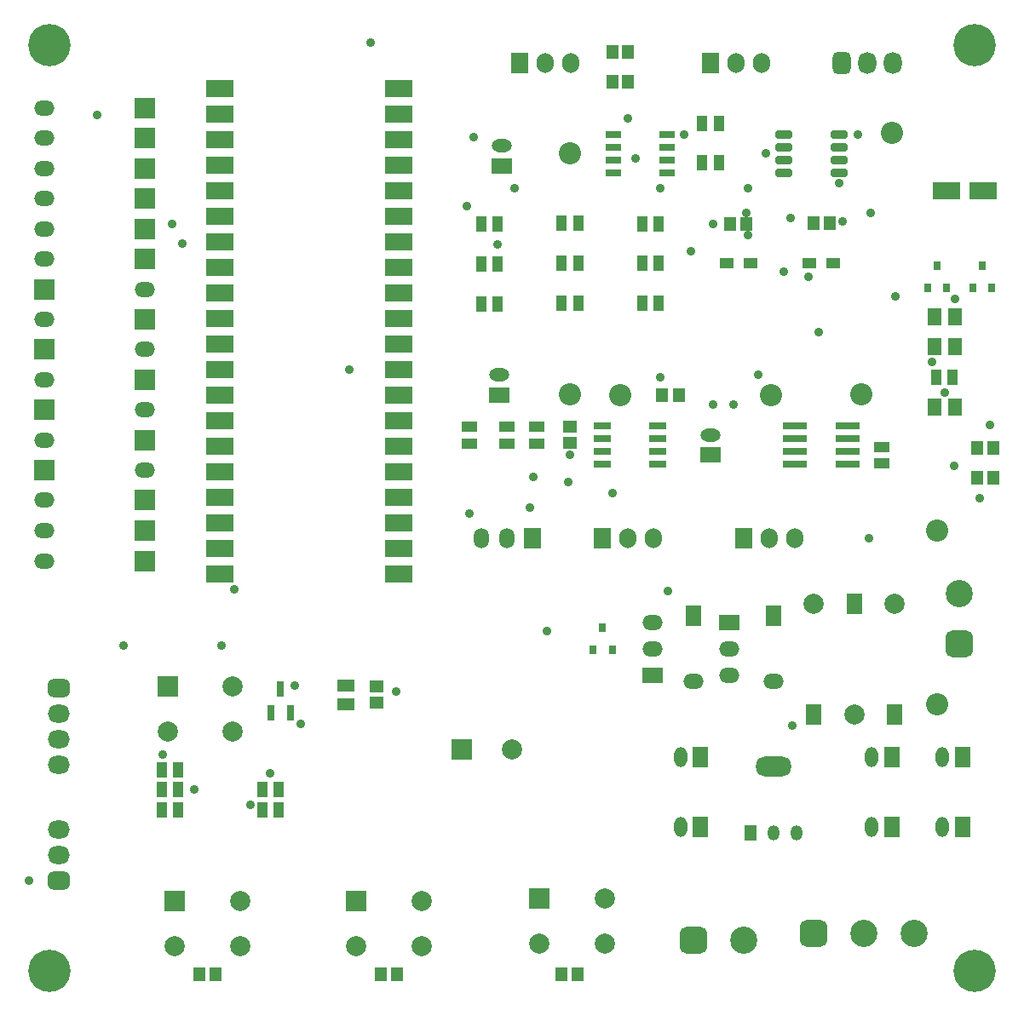
<source format=gts>
%FSTAX23Y23*%
%MOIN*%
%SFA1B1*%

%IPPOS*%
%AMD22*
4,1,8,0.028500,0.011800,-0.028500,0.011800,-0.030500,0.009800,-0.030500,-0.009800,-0.028500,-0.011800,0.028500,-0.011800,0.030500,-0.009800,0.030500,0.009800,0.028500,0.011800,0.0*
1,1,0.004020,0.028500,0.009800*
1,1,0.004020,-0.028500,0.009800*
1,1,0.004020,-0.028500,-0.009800*
1,1,0.004020,0.028500,-0.009800*
%
%AMD27*
4,1,8,-0.032500,0.009800,-0.032500,-0.009800,-0.026500,-0.015800,0.026500,-0.015800,0.032500,-0.009800,0.032500,0.009800,0.026500,0.015800,-0.026500,0.015800,-0.032500,0.009800,0.0*
1,1,0.012020,-0.026500,0.009800*
1,1,0.012020,-0.026500,-0.009800*
1,1,0.012020,0.026500,-0.009800*
1,1,0.012020,0.026500,0.009800*
%
%AMD32*
4,1,8,-0.068900,0.005100,-0.068900,-0.005100,-0.034600,-0.039400,0.034600,-0.039400,0.068900,-0.005100,0.068900,0.005100,0.034600,0.039400,-0.034600,0.039400,-0.068900,0.005100,0.0*
1,1,0.068500,-0.034600,0.005100*
1,1,0.068500,-0.034600,-0.005100*
1,1,0.068500,0.034600,-0.005100*
1,1,0.068500,0.034600,0.005100*
%
%AMD33*
4,1,8,-0.023600,0.005900,-0.023600,-0.005900,0.000000,-0.029500,0.000000,-0.029500,0.023600,-0.005900,0.023600,0.005900,0.000000,0.029500,0.000000,0.029500,-0.023600,0.005900,0.0*
1,1,0.047240,0.000000,0.005900*
1,1,0.047240,0.000000,-0.005900*
1,1,0.047240,0.000000,-0.005900*
1,1,0.047240,0.000000,0.005900*
%
%AMD42*
4,1,8,0.015700,0.043400,-0.015700,0.043400,-0.035500,0.023600,-0.035500,-0.023600,-0.015700,-0.043400,0.015700,-0.043400,0.035500,-0.023600,0.035500,0.023600,0.015700,0.043400,0.0*
1,1,0.039500,0.015700,0.023600*
1,1,0.039500,-0.015700,0.023600*
1,1,0.039500,-0.015700,-0.023600*
1,1,0.039500,0.015700,-0.023600*
%
%AMD46*
4,1,8,-0.043400,0.015700,-0.043400,-0.015700,-0.023600,-0.035500,0.023600,-0.035500,0.043400,-0.015700,0.043400,0.015700,0.023600,0.035500,-0.023600,0.035500,-0.043400,0.015700,0.0*
1,1,0.039500,-0.023600,0.015700*
1,1,0.039500,-0.023600,-0.015700*
1,1,0.039500,0.023600,-0.015700*
1,1,0.039500,0.023600,0.015700*
%
%AMD54*
4,1,8,-0.053200,0.024600,-0.053200,-0.024600,-0.024600,-0.053200,0.024600,-0.053200,0.053200,-0.024600,0.053200,0.024600,0.024600,0.053200,-0.024600,0.053200,-0.053200,0.024600,0.0*
1,1,0.057220,-0.024600,0.024600*
1,1,0.057220,-0.024600,-0.024600*
1,1,0.057220,0.024600,-0.024600*
1,1,0.057220,0.024600,0.024600*
%
%AMD57*
4,1,8,0.024600,0.053200,-0.024600,0.053200,-0.053200,0.024600,-0.053200,-0.024600,-0.024600,-0.053200,0.024600,-0.053200,0.053200,-0.024600,0.053200,0.024600,0.024600,0.053200,0.0*
1,1,0.057220,0.024600,0.024600*
1,1,0.057220,-0.024600,0.024600*
1,1,0.057220,-0.024600,-0.024600*
1,1,0.057220,0.024600,-0.024600*
%
%ADD18R,0.041470X0.061150*%
%ADD19R,0.061150X0.041470*%
%ADD20R,0.065090X0.049340*%
%ADD21R,0.055240X0.065090*%
G04~CAMADD=22~8~0.0~0.0~610.2~236.2~20.1~0.0~15~0.0~0.0~0.0~0.0~0~0.0~0.0~0.0~0.0~0~0.0~0.0~0.0~0.0~610.2~236.2*
%ADD22D22*%
%ADD23R,0.094610X0.031620*%
%ADD24R,0.051360X0.057330*%
%ADD25R,0.055910X0.044490*%
%ADD26R,0.067840X0.031620*%
G04~CAMADD=27~8~0.0~0.0~316.2~650.9~60.1~0.0~15~0.0~0.0~0.0~0.0~0~0.0~0.0~0.0~0.0~0~0.0~0.0~0.0~90.0~650.0~316.0*
%ADD27D27*%
%ADD28R,0.057330X0.051360*%
%ADD29R,0.110360X0.070990*%
%ADD30R,0.031620X0.037530*%
%ADD31R,0.031620X0.061150*%
G04~CAMADD=32~8~0.0~0.0~787.4~1378.0~342.5~0.0~15~0.0~0.0~0.0~0.0~0~0.0~0.0~0.0~0.0~0~0.0~0.0~0.0~90.0~1379.0~788.0*
%ADD32D32*%
G04~CAMADD=33~8~0.0~0.0~590.6~472.4~236.2~0.0~15~0.0~0.0~0.0~0.0~0~0.0~0.0~0.0~0.0~0~0.0~0.0~0.0~90.0~472.0~589.0*
%ADD33D33*%
%ADD34R,0.047240X0.059060*%
%ADD35C,0.086740*%
%ADD36R,0.106420X0.067060*%
%ADD37R,0.066930X0.078740*%
%ADD38R,0.078740X0.078740*%
%ADD39R,0.059060X0.078740*%
%ADD40O,0.066930X0.078740*%
%ADD41O,0.059060X0.078740*%
G04~CAMADD=42~8~0.0~0.0~709.9~867.4~197.5~0.0~15~0.0~0.0~0.0~0.0~0~0.0~0.0~0.0~0.0~0~0.0~0.0~0.0~0.0~709.9~867.4*
%ADD42D42*%
%ADD43O,0.070990X0.086740*%
%ADD44O,0.078740X0.051180*%
%ADD45R,0.078740X0.059060*%
G04~CAMADD=46~8~0.0~0.0~709.9~867.4~197.5~0.0~15~0.0~0.0~0.0~0.0~0~0.0~0.0~0.0~0.0~0~0.0~0.0~0.0~90.0~868.0~711.0*
%ADD46D46*%
%ADD47O,0.086740X0.070990*%
%ADD48O,0.078740X0.059060*%
%ADD49O,0.078740X0.059060*%
%ADD50R,0.078740X0.059060*%
%ADD51C,0.078740*%
%ADD52O,0.051180X0.078740*%
%ADD53R,0.059060X0.078740*%
G04~CAMADD=54~8~0.0~0.0~1064.2~1064.2~286.1~0.0~15~0.0~0.0~0.0~0.0~0~0.0~0.0~0.0~0.0~0~0.0~0.0~0.0~90.0~1064.0~1064.0*
%ADD54D54*%
%ADD55C,0.106420*%
%ADD56C,0.165480*%
G04~CAMADD=57~8~0.0~0.0~1064.2~1064.2~286.1~0.0~15~0.0~0.0~0.0~0.0~0~0.0~0.0~0.0~0.0~0~0.0~0.0~0.0~0.0~1064.2~1064.2*
%ADD57D57*%
%ADD58C,0.035560*%
%LNpcb_awg-1*%
%LPD*%
G54D18*
X01847Y02923D03*
X00991Y00866D03*
X00662Y00944D03*
X00991Y00787D03*
X00597D03*
X00662Y00866D03*
X02778Y03474D03*
X02713Y0332D03*
X01847Y02765D03*
X02162Y02926D03*
X01847Y0308D03*
X02162Y03083D03*
X02477Y0308D03*
Y02926D03*
Y02768D03*
X02162D03*
X03628Y0248D03*
X01912Y02923D03*
X02227Y02768D03*
X02542D03*
Y02926D03*
Y0308D03*
X02227Y03083D03*
X01912Y0308D03*
X02227Y02926D03*
X01912Y02765D03*
X02778Y0332D03*
X02713Y03474D03*
X00597Y00866D03*
X00662Y00787D03*
X01056D03*
X00597Y00944D03*
X01056Y00866D03*
X03693Y0248D03*
G54D19*
X03415Y02207D03*
X01948Y02221D03*
X01801D03*
X02066D03*
Y02286D03*
X01801D03*
X01948D03*
X03415Y02142D03*
G54D20*
X01318Y012D03*
Y01273D03*
G54D21*
X03622Y02716D03*
X037Y02598D03*
Y02362D03*
X03622D03*
Y02598D03*
X037Y02716D03*
G54D22*
X02576Y03431D03*
Y03381D03*
Y03331D03*
Y03281D03*
X02364D03*
Y03331D03*
Y03381D03*
Y03431D03*
G54D23*
X03281Y02289D03*
Y02239D03*
Y02189D03*
Y02139D03*
X03076D03*
Y02189D03*
Y02239D03*
Y02289D03*
G54D24*
X0236Y03753D03*
X02423D03*
X02822Y0308D03*
X02886D03*
X0262Y02411D03*
X02556D03*
X0321Y03083D03*
X03147D03*
X0236Y03635D03*
X02423D03*
X03787Y02086D03*
X0385D03*
X03787Y02204D03*
X0385D03*
X01454Y00144D03*
X01517D03*
X00745D03*
X00809D03*
X02163D03*
X02226D03*
G54D25*
X02903Y02926D03*
X02809D03*
X03226D03*
X03131D03*
G54D26*
X02538Y02139D03*
Y02189D03*
Y02239D03*
Y02289D03*
X02323Y02139D03*
Y02189D03*
Y02239D03*
Y02289D03*
G54D27*
X03247Y03281D03*
Y03331D03*
Y03381D03*
Y03431D03*
X03032Y03281D03*
Y03331D03*
Y03381D03*
Y03431D03*
G54D28*
X02194Y02222D03*
Y02285D03*
X01437Y01205D03*
Y01268D03*
G54D29*
X03669Y03208D03*
X03811D03*
G54D30*
X02322Y015D03*
X0236Y01413D03*
X02285D03*
X03809Y02917D03*
X03846Y0283D03*
X03771D03*
X03631Y02917D03*
X03669Y0283D03*
X03594D03*
G54D31*
X01062Y01259D03*
X011Y01165D03*
X01025D03*
G54D32*
X02992Y00956D03*
G54D33*
X03082Y00697D03*
X02992D03*
G54D34*
X02901Y00697D03*
G54D35*
X03631Y012D03*
Y01879D03*
X02391Y02411D03*
X03454Y03435D03*
X02194Y03356D03*
Y02414D03*
X02982Y02411D03*
X03336Y02414D03*
G54D36*
X00825Y03611D03*
Y03511D03*
Y03411D03*
Y03311D03*
Y03211D03*
Y03111D03*
Y03011D03*
Y02911D03*
Y02811D03*
Y02711D03*
Y02611D03*
Y02511D03*
Y02411D03*
Y02311D03*
Y02211D03*
Y02111D03*
Y02011D03*
Y01911D03*
Y01811D03*
Y01711D03*
X01525Y03611D03*
Y03511D03*
Y03411D03*
Y03311D03*
Y03211D03*
Y03111D03*
Y03011D03*
Y02911D03*
Y02811D03*
Y02711D03*
Y02611D03*
Y02511D03*
Y02411D03*
Y02311D03*
Y02211D03*
Y02111D03*
Y02011D03*
Y01911D03*
Y01811D03*
Y01711D03*
G54D37*
X02047Y0185D03*
X02746Y0371D03*
X01998D03*
X02322Y0185D03*
X02874D03*
G54D38*
X00137Y02116D03*
X00531Y01998D03*
Y01879D03*
Y01761D03*
Y03415D03*
Y03297D03*
Y03061D03*
X00137Y02824D03*
Y02588D03*
X00531Y03533D03*
Y03179D03*
Y02942D03*
Y02706D03*
Y0247D03*
X00137Y02352D03*
X00531Y02234D03*
X01771Y01023D03*
X02076Y00439D03*
X01358Y0043D03*
X00649D03*
X0062Y01269D03*
G54D39*
X03149Y01161D03*
X03307Y01594D03*
X03464Y01161D03*
X02677Y01545D03*
X02992D03*
G54D40*
X02522Y0185D03*
X02422D03*
X02198Y0371D03*
X02098D03*
X02946D03*
X02846D03*
X03074Y0185D03*
X02974D03*
G54D41*
X01847Y0185D03*
X01947D03*
G54D42*
X03257Y0371D03*
G54D43*
X03357Y0371D03*
X03457D03*
G54D44*
X02746Y02253D03*
X01919Y0249D03*
X01929Y03385D03*
G54D45*
X02746Y02175D03*
X01919Y02411D03*
X01929Y03307D03*
G54D46*
X00196Y00511D03*
Y01262D03*
G54D47*
X00196Y00611D03*
Y00711D03*
Y01162D03*
Y01062D03*
Y00962D03*
G54D48*
X02677Y01289D03*
X02992D03*
G54D49*
X02519Y01519D03*
Y01417D03*
X02819Y01314D03*
Y01417D03*
X00137Y03415D03*
Y01761D03*
Y01879D03*
Y01998D03*
X00531Y02116D03*
X00137Y02234D03*
X00531Y02352D03*
X00137Y0247D03*
Y02706D03*
Y02942D03*
Y03179D03*
Y03533D03*
X00531Y02588D03*
Y02824D03*
X00137Y03061D03*
Y03297D03*
G54D50*
X02519Y01314D03*
X02819Y01519D03*
G54D51*
X03464Y01594D03*
X03307Y01161D03*
X03149Y01594D03*
X01968Y01023D03*
X02332Y00262D03*
X02076D03*
X02332Y00439D03*
X01614Y00252D03*
X01358D03*
X01614Y0043D03*
X00905Y00252D03*
X00649D03*
X00905Y0043D03*
X00875Y01092D03*
X0062D03*
X00875Y01269D03*
G54D52*
X03375Y00994D03*
X03651D03*
Y00718D03*
X02627D03*
Y00994D03*
X03375Y00718D03*
G54D53*
X03454Y00994D03*
X0373D03*
Y00718D03*
X02706D03*
Y00994D03*
X03454Y00718D03*
G54D54*
X03718Y01437D03*
G54D55*
X03718Y01633D03*
X03346Y00303D03*
X03543D03*
X02874Y00275D03*
G54D56*
X03779Y00157D03*
Y03779D03*
X00157Y00157D03*
Y03779D03*
G54D57*
X03149Y00303D03*
X02677Y00275D03*
G54D58*
X03838Y02293D03*
X03699Y02134D03*
X03169Y02657D03*
X03469Y02795D03*
X03129Y02874D03*
X03031Y02893D03*
X02834Y02372D03*
X02893Y03218D03*
X02549D03*
X02578Y01643D03*
X02362Y02027D03*
X02194Y02175D03*
X02189Y02071D03*
X02051Y0209D03*
X02037Y01968D03*
X02667Y02972D03*
X00078Y00511D03*
X00944Y00807D03*
X00678Y03002D03*
X00639Y0308D03*
X00831Y01429D03*
X00881Y01649D03*
X006Y01004D03*
X03612Y0254D03*
X03661Y02421D03*
X037Y02785D03*
X02755Y02372D03*
X02933Y0249D03*
X02106Y01486D03*
X03799Y02007D03*
X01978Y03218D03*
X01791Y03149D03*
X02549Y0248D03*
X01141Y01122D03*
X01515Y0125D03*
X0133Y02511D03*
X02755Y0308D03*
X03262Y0309D03*
X02962Y03356D03*
X03248Y03238D03*
X02886Y03123D03*
X0245Y03336D03*
X02421Y03494D03*
X02892Y03037D03*
X0332Y03431D03*
X02643Y0343D03*
X03059Y03104D03*
X01414Y03789D03*
X01117Y01274D03*
X00725Y00865D03*
X03364Y0185D03*
X0337Y03123D03*
X01021Y00928D03*
X01819Y03421D03*
X018Y01946D03*
X00448Y01429D03*
X03065Y01115D03*
X01912Y03001D03*
X00346Y03507D03*
M02*
</source>
